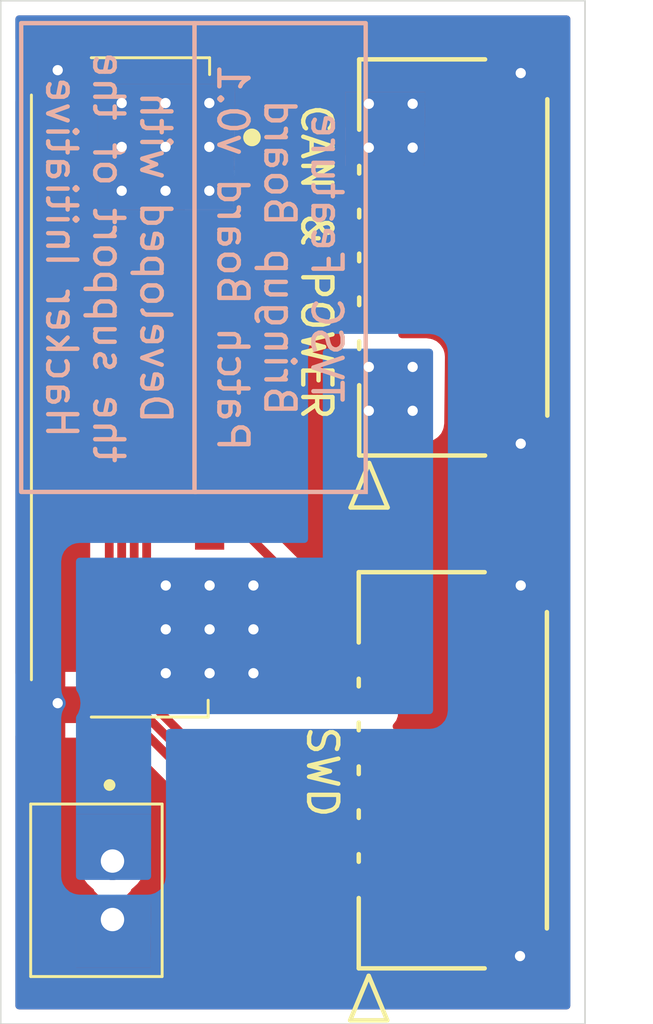
<source format=kicad_pcb>
(kicad_pcb (version 20221018) (generator pcbnew)
  (layers (0 "F.Cu" signal) (31 "B.Cu" signal) (34 "B.Paste" user) (35 "F.Paste" user) (36 "B.SilkS" user "B.Silkscreen") (37 "F.SilkS" user "F.Silkscreen") (38 "B.Mask" user) (39 "F.Mask" user) (44 "Edge.Cuts" user))
  (property "PCB_VERSION" "0.1")
  (net 0 "")
  (net 1 "BOOT0_CONTROL")
  (net 2 "SWO_CONTROL")
  (net 3 "SWCLK_CONTROL")
  (net 4 "NRST_CONTROL")
  (net 5 "SWDIO_CONTROL")
  (net 6 "GND")
  (net 7 "CANL")
  (net 8 "CANH")
  (net 10 "VBUS")
  (footprint "footprints:Bus Connector (Target)" (layer "F.Cu") (at 119.1 84.525 90)
    (fp_text reference "J2" hide)
    (fp_text value "Molex_504050-1291" hide)
    (fp_line (start -11.275 -1) (end -11.275 3) (stroke (width 0.1)) (layer "F.SilkS"))
    (fp_line (start -11.275 3) (end -10.7 3) (stroke (width 0.1)) (layer "F.SilkS"))
    (fp_line (start -10 -3.05) (end 10 -3.05) (stroke (width 0.1)) (layer "F.SilkS"))
    (fp_line (start 8.5 4.5) (end 8.5 4.5) (stroke (width 0.5)) (layer "F.SilkS"))
    (fp_line (start 8.6 4.5) (end 8.6 4.5) (stroke (width 0.5)) (layer "F.SilkS"))
    (fp_line (start 11.275 -1) (end 11.275 3.05) (stroke (width 0.1)) (layer "F.SilkS"))
    (fp_line (start 11.275 3.05) (end 10.7 3.05) (stroke (width 0.1)) (layer "F.SilkS"))
    (fp_arc (start 8.5 4.5) (mid 8.55 4.45) (end 8.6 4.5) (stroke (width 0.5)) (layer "F.SilkS"))
    (fp_arc (start 8.6 4.5) (mid 8.55 4.55) (end 8.5 4.5) (stroke (width 0.5)) (layer "F.SilkS"))
    (pad "1" smd rect (at 8.25 3.05 90) (size 0.6 1) (layers "F.Cu" "F.Paste" "F.Mask") (net 6 "GND"))
    (pad "2" smd rect (at 6.75 3.05 90) (size 0.6 1) (layers "F.Cu" "F.Paste" "F.Mask") (net 6 "GND"))
    (pad "3" smd rect (at 5.25 3.05 90) (size 0.6 1) (layers "F.Cu" "F.Paste" "F.Mask") (net 7 "CANL"))
    (pad "4" smd rect (at 3.75 3.05 90) (size 0.6 1) (layers "F.Cu" "F.Paste" "F.Mask") (net 8 "CANH"))
    (pad "5" smd rect (at 2.25 3.05 90) (size 0.6 1) (layers "F.Cu" "F.Paste" "F.Mask") (net 1 "BOOT0_CONTROL"))
    (pad "6" smd rect (at 0.75 3.05 90) (size 0.6 1) (layers "F.Cu" "F.Paste" "F.Mask") (net 2 "SWO_CONTROL"))
    (pad "7" smd rect (at -0.75 3.05 90) (size 0.6 1) (layers "F.Cu" "F.Paste" "F.Mask") (net 3 "SWCLK_CONTROL"))
    (pad "8" smd rect (at -2.25 3.05 90) (size 0.6 1) (layers "F.Cu" "F.Paste" "F.Mask") (net 4 "NRST_CONTROL"))
    (pad "9" smd rect (at -3.75 3.05 90) (size 0.6 1) (layers "F.Cu" "F.Paste" "F.Mask") (net 5 "SWDIO_CONTROL"))
    (pad "10" smd rect (at -5.25 3.05 90) (size 0.6 1) (layers "F.Cu" "F.Paste" "F.Mask"))
    (pad "11" smd rect (at -6.75 3.05 90) (size 0.6 1) (layers "F.Cu" "F.Paste" "F.Mask") (net 10 "VBUS"))
    (pad "12" smd rect (at -8.25 3.05 90) (size 0.6 1) (layers "F.Cu" "F.Paste" "F.Mask") (net 10 "VBUS"))
    (pad "MP1" smd rect (at -10.855 -2.14 90) (size 1.25 1.8) (layers "F.Cu" "F.Paste" "F.Mask") (net 6 "GND"))
    (pad "MP2" smd rect (at 10.855 -2.14 90) (size 1.25 1.8) (layers "F.Cu" "F.Paste" "F.Mask") (net 6 "GND"))
  )
  (footprint "footprints:Molex_504050-0691" (layer "F.Cu") (at 127.61 83.829999 -90)
    (fp_text reference "J4" hide)
    (fp_text value "Molex_504050-0691")
    (fp_line (start -10.524988 -3.96996) (end -10.524988 0.34) (stroke (width 0.1524)) (layer "F.SilkS"))
    (fp_line (start -10.524988 0.34) (end -8.12004 0.34) (stroke (width 0.1524)) (layer "F.SilkS"))
    (fp_line (start -6.87996 0.34) (end -6.620041 0.34) (stroke (width 0.1524)) (layer "F.SilkS"))
    (fp_line (start -5.379961 0.34) (end -5.120041 0.34) (stroke (width 0.1524)) (layer "F.SilkS"))
    (fp_line (start -3.879961 0.34) (end -3.620039 0.34) (stroke (width 0.1524)) (layer "F.SilkS"))
    (fp_line (start -2.379959 0.34) (end -2.12004 0.34) (stroke (width 0.1524)) (layer "F.SilkS"))
    (fp_line (start -0.87996 0.34) (end -0.62004 0.34) (stroke (width 0.1524)) (layer "F.SilkS"))
    (fp_line (start 0.62004 0.34) (end 3.024985 0.34) (stroke (width 0.1524)) (layer "F.SilkS"))
    (fp_line (start 1.660115 -6.1) (end -9.160115 -6.1) (stroke (width 0.1524)) (layer "F.SilkS"))
    (fp_line (start 3.024985 0.34) (end 3.024985 -3.96996) (stroke (width 0.1524)) (layer "F.SilkS"))
    (fp_line (start 3.278985 0) (end 4.802985 -0.635) (stroke (width 0.1524)) (layer "F.SilkS"))
    (fp_line (start 4.802985 -0.635) (end 4.802985 0.635) (stroke (width 0.1524)) (layer "F.SilkS"))
    (fp_line (start 4.802985 0.635) (end 3.278985 0) (stroke (width 0.1524)) (layer "F.SilkS"))
    (pad "1" smd rect (at 0 0 270) (size 0.6 1) (layers "F.Cu" "F.Paste" "F.Mask") (net 10 "VBUS"))
    (pad "2" smd rect (at -1.5 0 270) (size 0.6 1) (layers "F.Cu" "F.Paste" "F.Mask"))
    (pad "3" smd rect (at -2.999999 0 270) (size 0.6 1) (layers "F.Cu" "F.Paste" "F.Mask") (net 8 "CANH"))
    (pad "4" smd rect (at -4.500001 0 270) (size 0.6 1) (layers "F.Cu" "F.Paste" "F.Mask") (net 7 "CANL"))
    (pad "5" smd rect (at -6.000001 0 270) (size 0.6 1) (layers "F.Cu" "F.Paste" "F.Mask"))
    (pad "6" smd rect (at -7.5 0 270) (size 0.6 1) (layers "F.Cu" "F.Paste" "F.Mask") (net 6 "GND"))
    (pad "7" smd rect (at 2.604999 -5.19 270) (size 1.25 1.8) (layers "F.Cu" "F.Paste" "F.Mask") (net 6 "GND"))
    (pad "8" smd rect (at -10.104999 -5.19 270) (size 1.25 1.8) (layers "F.Cu" "F.Paste" "F.Mask") (net 6 "GND"))
  )
  (footprint "footprints:Molex_504050-0691" (layer "F.Cu") (at 127.594999 101.370001 -90)
    (fp_text reference "J3" hide)
    (fp_text value "Molex_504050-0691")
    (fp_line (start -10.524988 -3.96996) (end -10.524988 0.34) (stroke (width 0.1524)) (layer "F.SilkS"))
    (fp_line (start -10.524988 0.34) (end -8.12004 0.34) (stroke (width 0.1524)) (layer "F.SilkS"))
    (fp_line (start -6.87996 0.34) (end -6.620041 0.34) (stroke (width 0.1524)) (layer "F.SilkS"))
    (fp_line (start -5.379961 0.34) (end -5.120041 0.34) (stroke (width 0.1524)) (layer "F.SilkS"))
    (fp_line (start -3.879961 0.34) (end -3.620039 0.34) (stroke (width 0.1524)) (layer "F.SilkS"))
    (fp_line (start -2.379959 0.34) (end -2.12004 0.34) (stroke (width 0.1524)) (layer "F.SilkS"))
    (fp_line (start -0.87996 0.34) (end -0.62004 0.34) (stroke (width 0.1524)) (layer "F.SilkS"))
    (fp_line (start 0.62004 0.34) (end 3.024985 0.34) (stroke (width 0.1524)) (layer "F.SilkS"))
    (fp_line (start 1.660115 -6.1) (end -9.160115 -6.1) (stroke (width 0.1524)) (layer "F.SilkS"))
    (fp_line (start 3.024985 0.34) (end 3.024985 -3.96996) (stroke (width 0.1524)) (layer "F.SilkS"))
    (fp_line (start 3.278985 0) (end 4.802985 -0.635) (stroke (width 0.1524)) (layer "F.SilkS"))
    (fp_line (start 4.802985 -0.635) (end 4.802985 0.635) (stroke (width 0.1524)) (layer "F.SilkS"))
    (fp_line (start 4.802985 0.635) (end 3.278985 0) (stroke (width 0.1524)) (layer "F.SilkS"))
    (pad "1" smd rect (at 0 0 270) (size 0.6 1) (layers "F.Cu" "F.Paste" "F.Mask"))
    (pad "2" smd rect (at -1.5 0 270) (size 0.6 1) (layers "F.Cu" "F.Paste" "F.Mask") (net 1 "BOOT0_CONTROL"))
    (pad "3" smd rect (at -2.999999 0 270) (size 0.6 1) (layers "F.Cu" "F.Paste" "F.Mask") (net 2 "SWO_CONTROL"))
    (pad "4" smd rect (at -4.500001 0 270) (size 0.6 1) (layers "F.Cu" "F.Paste" "F.Mask") (net 3 "SWCLK_CONTROL"))
    (pad "5" smd rect (at -6.000001 0 270) (size 0.6 1) (layers "F.Cu" "F.Paste" "F.Mask") (net 4 "NRST_CONTROL"))
    (pad "6" smd rect (at -7.5 0 270) (size 0.6 1) (layers "F.Cu" "F.Paste" "F.Mask") (net 5 "SWDIO_CONTROL"))
    (pad "7" smd rect (at 2.604999 -5.19 270) (size 1.25 1.8) (layers "F.Cu" "F.Paste" "F.Mask") (net 6 "GND"))
    (pad "8" smd rect (at -10.104999 -5.19 270) (size 1.25 1.8) (layers "F.Cu" "F.Paste" "F.Mask") (net 6 "GND"))
  )
  (footprint "footprints:B2BPHKSLFSN" (layer "F.Cu") (at 118.825 100.725 90)
    (fp_text reference "J1" hide)
    (fp_text value "External Power" hide)
    (fp_line (start -3.95 -2.8) (end 1.95 -2.8) (stroke (width 0.1)) (layer "F.SilkS"))
    (fp_line (start -3.95 1.7) (end -3.95 -2.8) (stroke (width 0.1)) (layer "F.SilkS"))
    (fp_line (start 1.95 -2.8) (end 1.95 1.7) (stroke (width 0.1)) (layer "F.SilkS"))
    (fp_line (start 1.95 1.7) (end -3.95 1.7) (stroke (width 0.1)) (layer "F.SilkS"))
    (fp_line (start 2.6 -0.2) (end 2.6 -0.2) (stroke (width 0.2)) (layer "F.SilkS"))
    (fp_line (start 2.6 0) (end 2.6 0) (stroke (width 0.2)) (layer "F.SilkS"))
    (fp_arc (start 2.6 -0.2) (mid 2.7 -0.1) (end 2.6 0) (stroke (width 0.2)) (layer "F.SilkS"))
    (fp_arc (start 2.6 0) (mid 2.5 -0.1) (end 2.6 -0.2) (stroke (width 0.2)) (layer "F.SilkS"))
    (pad "1" thru_hole circle (at 0 0 90) (size 1.3 1.3) (drill 0.8) (layers "*.Cu" "*.Mask") (net 10 "VBUS"))
    (pad "2" thru_hole circle (at -2 0 90) (size 1.3 1.3) (drill 0.8) (layers "*.Cu" "*.Mask") (net 6 "GND"))
  )
  (gr_rect (start 115 71.3) (end 135 106.3) (stroke (width 0.05)) (fill none) (layer "Edge.Cuts"))
  (gr_text "SWD" (at 125.425 97.675 -90) (layer "F.SilkS") (effects (font (size 1 1)) (justify bottom)))
  (gr_text "CAN & POWER" (at 125.225 80.234998 -90) (layer "F.SilkS") (effects (font (size 1 1)) (justify bottom)))
  (gr_text_box "TVSC Feature Bringup Board Patch Board v${PCB_VERSION}" (start 127.4925 88.1) (end 121.634086 72.066586) (angle 270) (layer "B.SilkS") (effects (font (size 1 1)) (justify top mirror)) (stroke (width 0.15)))
  (gr_text_box "Developed with the support of the Hacker Initiative" (start 121.634086 88.1) (end 115.7 72.066586) (angle 270) (layer "B.SilkS") (effects (font (size 1 1)) (justify top mirror)) (stroke (width 0.15)))
  (segment (start 123.470001 99.870001) (end 127.594999 99.870001) (width 0.3) (layer "F.Cu") (net 1))
  (segment (start 118.714 95.114) (end 123.470001 99.870001) (width 0.3) (layer "F.Cu") (net 1))
  (segment (start 122.05 82.275) (end 118.714 85.611) (width 0.3) (layer "F.Cu") (net 1))
  (segment (start 122.15 82.275) (end 122.05 82.275) (width 0.3) (layer "F.Cu") (net 1))
  (segment (start 118.714 85.611) (end 118.714 95.114) (width 0.3) (layer "F.Cu") (net 1))
  (segment (start 122.585952 98.370002) (end 127.594999 98.370002) (width 0.3) (layer "F.Cu") (net 2))
  (segment (start 119.141 94.92505) (end 122.585952 98.370002) (width 0.3) (layer "F.Cu") (net 2))
  (segment (start 119.141 86.784) (end 119.141 94.92505) (width 0.3) (layer "F.Cu") (net 2))
  (segment (start 122.15 83.775) (end 119.141 86.784) (width 0.3) (layer "F.Cu") (net 2))
  (segment (start 119.568 87.857) (end 119.568 94.74818) (width 0.3) (layer "F.Cu") (net 3))
  (segment (start 121.68982 96.87) (end 127.594999 96.87) (width 0.3) (layer "F.Cu") (net 3))
  (segment (start 122.15 85.275) (end 119.568 87.857) (width 0.3) (layer "F.Cu") (net 3))
  (segment (start 119.568 94.74818) (end 121.68982 96.87) (width 0.3) (layer "F.Cu") (net 3))
  (segment (start 119.995 88.93) (end 119.995 94.57131) (width 0.3) (layer "F.Cu") (net 4))
  (segment (start 120.79369 95.37) (end 127.594999 95.37) (width 0.3) (layer "F.Cu") (net 4))
  (segment (start 122.15 86.775) (end 119.995 88.93) (width 0.3) (layer "F.Cu") (net 4))
  (segment (start 119.995 94.57131) (end 120.79369 95.37) (width 0.3) (layer "F.Cu") (net 4))
  (segment (start 127.594999 93.719999) (end 127.594999 93.870001) (width 0.3) (layer "F.Cu") (net 5))
  (segment (start 122.15 88.275) (end 127.594999 93.719999) (width 0.3) (layer "F.Cu") (net 5))
  (via (at 129.1 74.825) (size 0.55) (drill 0.35) (layers "F.Cu" "B.Cu") (net 6))
  (via (at 132.8 86.45) (size 0.55) (drill 0.35) (layers "F.Cu" "B.Cu") (net 6))
  (via (at 132.775 103.975) (size 0.55) (drill 0.35) (layers "F.Cu" "B.Cu") (net 6))
  (via (at 132.8 91.3) (size 0.55) (drill 0.35) (layers "F.Cu" "B.Cu") (net 6))
  (via (at 132.8 73.775) (size 0.55) (drill 0.35) (layers "F.Cu" "B.Cu") (net 6))
  (via (at 120.640343 76.3) (size 0.55) (drill 0.35) (layers "F.Cu" "B.Cu") (net 6))
  (via (at 116.95 95.325) (size 0.55) (drill 0.35) (layers "F.Cu" "B.Cu") (net 6))
  (via (at 122.140343 77.8) (size 0.55) (drill 0.35) (layers "F.Cu" "B.Cu") (net 6))
  (via (at 119.140343 74.8) (size 0.55) (drill 0.35) (layers "F.Cu" "B.Cu") (net 6))
  (via (at 122.140343 74.8) (size 0.55) (drill 0.35) (layers "F.Cu" "B.Cu") (net 6))
  (via (at 116.95 73.675) (size 0.55) (drill 0.35) (layers "F.Cu" "B.Cu") (net 6))
  (via (at 129.1 76.325) (size 0.55) (drill 0.35) (layers "F.Cu" "B.Cu") (net 6))
  (via (at 120.640343 74.8) (size 0.55) (drill 0.35) (layers "F.Cu" "B.Cu") (net 6))
  (via (at 120.640343 77.8) (size 0.55) (drill 0.35) (layers "F.Cu" "B.Cu") (net 6))
  (via (at 127.6 74.825) (size 0.55) (drill 0.35) (layers "F.Cu" "B.Cu") (net 6))
  (via (at 122.140343 76.3) (size 0.55) (drill 0.35) (layers "F.Cu" "B.Cu") (net 6))
  (via (at 127.6 76.325) (size 0.55) (drill 0.35) (layers "F.Cu" "B.Cu") (net 6))
  (via (at 119.140343 76.3) (size 0.55) (drill 0.35) (layers "F.Cu" "B.Cu") (net 6))
  (via (at 119.140343 77.8) (size 0.55) (drill 0.35) (layers "F.Cu" "B.Cu") (net 6))
  (segment (start 122.15 79.275) (end 127.555002 79.275) (width 0.3) (layer "F.Cu") (net 7))
  (segment (start 127.555002 79.275) (end 127.61 79.329998) (width 0.3) (layer "F.Cu") (net 7))
  (segment (start 127.555 80.775) (end 127.61 80.83) (width 0.3) (layer "F.Cu") (net 8))
  (segment (start 122.15 80.775) (end 127.555 80.775) (width 0.3) (layer "F.Cu") (net 8))
  (via (at 120.65 94.3) (size 0.55) (drill 0.35) (layers "F.Cu" "B.Cu") (net 10))
  (via (at 129.1 85.325) (size 0.55) (drill 0.35) (layers "F.Cu" "B.Cu") (net 10))
  (via (at 120.65 92.8) (size 0.55) (drill 0.35) (layers "F.Cu" "B.Cu") (net 10))
  (via (at 127.6 85.325) (size 0.55) (drill 0.35) (layers "F.Cu" "B.Cu") (net 10))
  (via (at 122.15 92.8) (size 0.55) (drill 0.35) (layers "F.Cu" "B.Cu") (net 10))
  (via (at 122.15 94.3) (size 0.55) (drill 0.35) (layers "F.Cu" "B.Cu") (net 10))
  (via (at 123.65 94.3) (size 0.55) (drill 0.35) (layers "F.Cu" "B.Cu") (net 10))
  (via (at 120.65 91.3) (size 0.55) (drill 0.35) (layers "F.Cu" "B.Cu") (net 10))
  (via (at 122.15 91.3) (size 0.55) (drill 0.35) (layers "F.Cu" "B.Cu") (net 10))
  (via (at 127.6 83.825) (size 0.55) (drill 0.35) (layers "F.Cu" "B.Cu") (net 10))
  (via (at 129.1 83.825) (size 0.55) (drill 0.35) (layers "F.Cu" "B.Cu") (net 10))
  (via (at 123.65 91.3) (size 0.55) (drill 0.35) (layers "F.Cu" "B.Cu") (net 10))
  (via (at 123.65 92.8) (size 0.55) (drill 0.35) (layers "F.Cu" "B.Cu") (net 10))
  (zone (net 6) (net_name "GND") (layers "F&B.Cu") (priority 1) (connect_pads yes (clearance 0.5)) (min_thickness 0.25) (fill yes (thermal_gap 0.5) (thermal_bridge_width 0.5))
    (polygon (pts (xy 126.8 74.425) (xy 129.525 74.425) (xy 129.5 76.95) (xy 126.8 76.95)))
  )
  (zone (net 10) (net_name "VBUS") (layers "F&B.Cu") (priority 1) (connect_pads yes (clearance 0.5)) (min_thickness 0.25) (fill yes (thermal_gap 0.5) (thermal_bridge_width 0.5))
    (polygon (pts (xy 126.975 83.35) (xy 129.7 83.35) (xy 129.675 85.875) (xy 126.975 85.875)))
  )
  (zone (net 6) (net_name "GND") (layers "F&B.Cu") (connect_pads (clearance 0.5)) (min_thickness 0.25) (fill yes (thermal_gap 0.5) (thermal_bridge_width 0.5))
    (polygon (pts (xy 135 71.325) (xy 135 106.3) (xy 115 106.3) (xy 115 71.325)))
  )
  (zone (net 10) (net_name "VBUS") (layers "F&B.Cu") (priority 1) (connect_pads yes (clearance 0.5)) (min_thickness 0.25) (fill yes (thermal_gap 0.5) (thermal_bridge_width 0.5))
    (polygon (pts (xy 119.825 90.65) (xy 124.527231 90.65) (xy 124.484657 94.95) (xy 119.825 94.95)))
  )
  (zone (net 6) (net_name "GND") (layers "F&B.Cu") (priority 1) (connect_pads yes (clearance 0.5)) (min_thickness 0.25) (fill yes (thermal_gap 0.5) (thermal_bridge_width 0.5))
    (polygon (pts (xy 118.315343 74.15) (xy 123.017574 74.15) (xy 122.975 78.45) (xy 118.315343 78.45)))
  )
  (zone (net 10) (net_name "VBUS") (layer "B.Cu") (priority 3) (connect_pads yes (clearance 0.5)) (min_thickness 0.25) (fill yes (thermal_gap 0.5) (thermal_bridge_width 0.5))
    (polygon (pts (xy 117.575 99.125) (xy 120.142331 99.125) (xy 120.15 101.875) (xy 117.575 101.875)))
  )
  (zone (net 10) (net_name "VBUS") (layer "B.Cu") (priority 2) (connect_pads (clearance 0.5)) (min_thickness 0.25) (fill yes (thermal_gap 0.5) (thermal_bridge_width 0.5))
    (polygon (pts (xy 117.575 101.825) (xy 117.575 90.35) (xy 127.75 90.35) (xy 127.75 95.7) (xy 120.15 95.7) (xy 120.15 101.825)))
  )
  (zone (net 6) (net_name "GND") (layer "B.Cu") (priority 3) (connect_pads yes (clearance 0.5)) (min_thickness 0.25) (fill yes (thermal_gap 0.5) (thermal_bridge_width 0.5))
    (polygon (pts (xy 117.583163 101.875) (xy 120.149752 101.875) (xy 120.125 104.375) (xy 117.583163 104.375)))
  )
  (zone (net 10) (net_name "VBUS") (layer "B.Cu") (priority 2) (connect_pads (clearance 0.5)) (min_thickness 0.25) (fill yes (thermal_gap 0.5) (thermal_bridge_width 0.5))
    (polygon (pts (xy 129.8 83.2) (xy 129.8 95.7) (xy 119.725 95.7) (xy 119.725 90.35) (xy 126.025 90.35) (xy 126.025 83.2)))
  )
)
</source>
